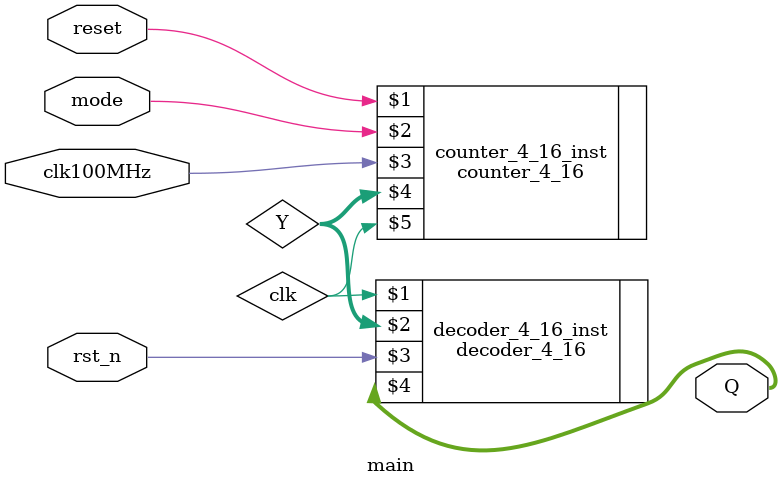
<source format=v>
`timescale 1ns / 1ps


module main(
    input rst_n,
    input clk100MHz,
    input reset,
    input mode,
    output wire [15:0] Q
    );
    
    wire clk;
    wire [3:0] Y;
    
    counter_4_16 counter_4_16_inst(reset, mode, clk100MHz, Y, clk);
    decoder_4_16 decoder_4_16_inst(clk, Y, rst_n, Q);
    
endmodule

</source>
